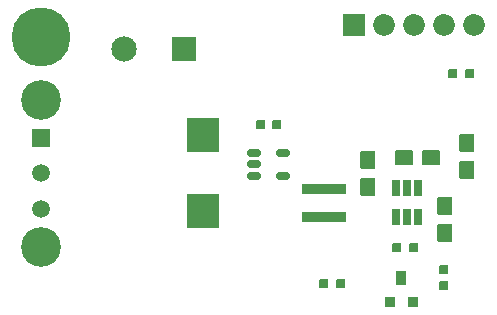
<source format=gbr>
%TF.GenerationSoftware,Altium Limited,Altium Designer,24.0.1 (36)*%
G04 Layer_Color=255*
%FSLAX45Y45*%
%MOMM*%
%TF.SameCoordinates,8CF4B923-E39E-4099-A09F-CB558B098684*%
%TF.FilePolarity,Positive*%
%TF.FileFunction,Pads,Top*%
%TF.Part,Single*%
G01*
G75*
%TA.AperFunction,SMDPad,CuDef*%
G04:AMPARAMS|DCode=10|XSize=0.762mm|YSize=0.762mm|CornerRadius=0.0381mm|HoleSize=0mm|Usage=FLASHONLY|Rotation=0.000|XOffset=0mm|YOffset=0mm|HoleType=Round|Shape=RoundedRectangle|*
%AMROUNDEDRECTD10*
21,1,0.76200,0.68580,0,0,0.0*
21,1,0.68580,0.76200,0,0,0.0*
1,1,0.07620,0.34290,-0.34290*
1,1,0.07620,-0.34290,-0.34290*
1,1,0.07620,-0.34290,0.34290*
1,1,0.07620,0.34290,0.34290*
%
%ADD10ROUNDEDRECTD10*%
G04:AMPARAMS|DCode=11|XSize=0.762mm|YSize=0.762mm|CornerRadius=0.0381mm|HoleSize=0mm|Usage=FLASHONLY|Rotation=90.000|XOffset=0mm|YOffset=0mm|HoleType=Round|Shape=RoundedRectangle|*
%AMROUNDEDRECTD11*
21,1,0.76200,0.68580,0,0,90.0*
21,1,0.68580,0.76200,0,0,90.0*
1,1,0.07620,0.34290,0.34290*
1,1,0.07620,0.34290,-0.34290*
1,1,0.07620,-0.34290,-0.34290*
1,1,0.07620,-0.34290,0.34290*
%
%ADD11ROUNDEDRECTD11*%
%ADD12R,0.91440X0.91440*%
%ADD13R,0.91440X1.27000*%
%ADD14R,3.70000X0.97000*%
G04:AMPARAMS|DCode=15|XSize=0.7mm|YSize=1.3mm|CornerRadius=0.0525mm|HoleSize=0mm|Usage=FLASHONLY|Rotation=180.000|XOffset=0mm|YOffset=0mm|HoleType=Round|Shape=RoundedRectangle|*
%AMROUNDEDRECTD15*
21,1,0.70000,1.19500,0,0,180.0*
21,1,0.59500,1.30000,0,0,180.0*
1,1,0.10500,-0.29750,0.59750*
1,1,0.10500,0.29750,0.59750*
1,1,0.10500,0.29750,-0.59750*
1,1,0.10500,-0.29750,-0.59750*
%
%ADD15ROUNDEDRECTD15*%
G04:AMPARAMS|DCode=16|XSize=1.524mm|YSize=1.27mm|CornerRadius=0.09525mm|HoleSize=0mm|Usage=FLASHONLY|Rotation=90.000|XOffset=0mm|YOffset=0mm|HoleType=Round|Shape=RoundedRectangle|*
%AMROUNDEDRECTD16*
21,1,1.52400,1.07950,0,0,90.0*
21,1,1.33350,1.27000,0,0,90.0*
1,1,0.19050,0.53975,0.66675*
1,1,0.19050,0.53975,-0.66675*
1,1,0.19050,-0.53975,-0.66675*
1,1,0.19050,-0.53975,0.66675*
%
%ADD16ROUNDEDRECTD16*%
G04:AMPARAMS|DCode=17|XSize=1.22mm|YSize=0.6mm|CornerRadius=0.15mm|HoleSize=0mm|Usage=FLASHONLY|Rotation=0.000|XOffset=0mm|YOffset=0mm|HoleType=Round|Shape=RoundedRectangle|*
%AMROUNDEDRECTD17*
21,1,1.22000,0.30000,0,0,0.0*
21,1,0.92000,0.60000,0,0,0.0*
1,1,0.30000,0.46000,-0.15000*
1,1,0.30000,-0.46000,-0.15000*
1,1,0.30000,-0.46000,0.15000*
1,1,0.30000,0.46000,0.15000*
%
%ADD17ROUNDEDRECTD17*%
%ADD18R,2.80000X3.00000*%
G04:AMPARAMS|DCode=19|XSize=1.524mm|YSize=1.27mm|CornerRadius=0.09525mm|HoleSize=0mm|Usage=FLASHONLY|Rotation=0.000|XOffset=0mm|YOffset=0mm|HoleType=Round|Shape=RoundedRectangle|*
%AMROUNDEDRECTD19*
21,1,1.52400,1.07950,0,0,0.0*
21,1,1.33350,1.27000,0,0,0.0*
1,1,0.19050,0.66675,-0.53975*
1,1,0.19050,-0.66675,-0.53975*
1,1,0.19050,-0.66675,0.53975*
1,1,0.19050,0.66675,0.53975*
%
%ADD19ROUNDEDRECTD19*%
%TA.AperFunction,ComponentPad*%
%ADD25R,1.51500X1.51500*%
%ADD26C,1.51500*%
%ADD27C,3.36000*%
%ADD28C,1.85000*%
%ADD29R,1.85000X1.85000*%
%ADD30R,2.15000X2.15000*%
%ADD31C,2.15000*%
%ADD32C,5.00000*%
D10*
X2743200Y558800D02*
D03*
X2882900D02*
D03*
X3364985Y863600D02*
D03*
X3504685D02*
D03*
X3837525Y2335201D02*
D03*
X3977225D02*
D03*
X2205575Y1903401D02*
D03*
X2345275D02*
D03*
D11*
X3759200Y679450D02*
D03*
Y539750D02*
D03*
D12*
X3302000Y406400D02*
D03*
X3492500D02*
D03*
D13*
X3398520Y609600D02*
D03*
D14*
X2743660Y1361001D02*
D03*
Y1125001D02*
D03*
D15*
X3348825Y1370001D02*
D03*
X3538825D02*
D03*
Y1130001D02*
D03*
X3443825D02*
D03*
X3348825D02*
D03*
X3443825Y1370001D02*
D03*
D16*
X3113625Y1611301D02*
D03*
Y1382701D02*
D03*
X3763791Y989001D02*
D03*
Y1217601D02*
D03*
X3956931Y1527506D02*
D03*
Y1756106D02*
D03*
D17*
X2399925Y1668201D02*
D03*
Y1478200D02*
D03*
X2150926D02*
D03*
Y1573201D02*
D03*
Y1668201D02*
D03*
D18*
X1720000Y1175000D02*
D03*
Y1825000D02*
D03*
D19*
X3418425Y1624001D02*
D03*
X3647025D02*
D03*
D25*
X350000Y1796415D02*
D03*
D26*
Y1496415D02*
D03*
Y1196415D02*
D03*
D27*
Y2121415D02*
D03*
Y871415D02*
D03*
D28*
X4016000Y2750000D02*
D03*
X3254000D02*
D03*
X3508000D02*
D03*
X3762000D02*
D03*
D29*
X3000000D02*
D03*
D30*
X1554000Y2550000D02*
D03*
D31*
X1046000D02*
D03*
D32*
X350000Y2650000D02*
D03*
%TF.MD5,d7f8b5a80590a7ded75609a1351ce87c*%
M02*

</source>
